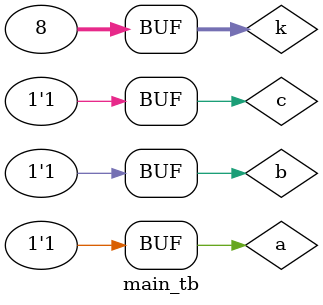
<source format=v>
module main (
	input a, b, c,
	output f1
);
	//write Verilog code here
endmodule

module main_tb;
	reg a, b, c;
	wire f1;

	main main_i (.a(a), .b(b), .c(c), .f1(f1));

	integer k;
	initial begin
		$display("Time\ta\tb\tc\tabcd_10\tf1");
		$monitor("%0t\t%b\t%b\t%b\t%0d\t%b", $time, a, b, c, {a,b,c}, f1);
		{a, b, c} = 0;
		for (k = 1; k < 8; k = k + 1)
			#10 {a, b, c} = k;
	end
endmodule

</source>
